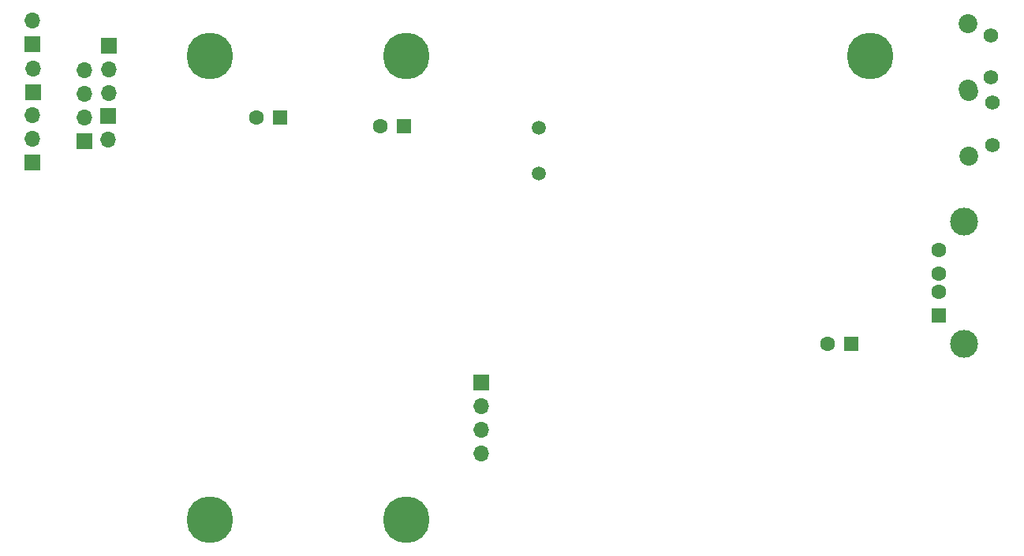
<source format=gbr>
%TF.GenerationSoftware,KiCad,Pcbnew,8.0.5*%
%TF.CreationDate,2024-10-06T12:55:08+01:00*%
%TF.ProjectId,Gotek,476f7465-6b2e-46b6-9963-61645f706362,rev?*%
%TF.SameCoordinates,Original*%
%TF.FileFunction,Soldermask,Bot*%
%TF.FilePolarity,Negative*%
%FSLAX46Y46*%
G04 Gerber Fmt 4.6, Leading zero omitted, Abs format (unit mm)*
G04 Created by KiCad (PCBNEW 8.0.5) date 2024-10-06 12:55:08*
%MOMM*%
%LPD*%
G01*
G04 APERTURE LIST*
%ADD10R,1.500000X1.600000*%
%ADD11C,1.600000*%
%ADD12C,3.000000*%
%ADD13C,5.000000*%
%ADD14R,1.700000X1.700000*%
%ADD15O,1.700000X1.700000*%
%ADD16R,1.600000X1.600000*%
%ADD17C,1.575000*%
%ADD18C,2.025000*%
%ADD19C,1.500000*%
G04 APERTURE END LIST*
D10*
%TO.C,P3*%
X196706525Y-88456650D03*
D11*
X196706525Y-85956650D03*
X196706525Y-83956650D03*
X196706525Y-81456650D03*
D12*
X199416525Y-91526650D03*
X199416525Y-78386650D03*
%TD*%
D13*
%TO.C,H1*%
X118491000Y-60642500D03*
%TD*%
%TO.C,H2*%
X139573000Y-60642500D03*
%TD*%
%TO.C,H3*%
X118491000Y-110363000D03*
%TD*%
%TO.C,H4*%
X139573000Y-110363000D03*
%TD*%
%TO.C,H5*%
X189357000Y-60642500D03*
%TD*%
D14*
%TO.C,J10*%
X105038525Y-69713475D03*
D15*
X105038525Y-67173475D03*
X105038525Y-64633475D03*
X105038525Y-62093475D03*
%TD*%
D14*
%TO.C,J7*%
X147653375Y-95653700D03*
D15*
X147653375Y-98193700D03*
X147653375Y-100733700D03*
X147653375Y-103273700D03*
%TD*%
D16*
%TO.C,C1*%
X187333138Y-91535250D03*
D11*
X184833138Y-91535250D03*
%TD*%
D17*
%TO.C,S4*%
X202485625Y-70133600D03*
X202485625Y-65633600D03*
D18*
X199985625Y-71383600D03*
X199985625Y-64383600D03*
%TD*%
D16*
%TO.C,C17*%
X139304913Y-68164075D03*
D11*
X136804913Y-68164075D03*
%TD*%
D17*
%TO.C,S3*%
X202345925Y-62915800D03*
X202345925Y-58415800D03*
D18*
X199845925Y-64165800D03*
X199845925Y-57165800D03*
%TD*%
D14*
%TO.C,JD1*%
X99568000Y-64465200D03*
D15*
X99568000Y-61925200D03*
%TD*%
D14*
%TO.C,MO1*%
X99456875Y-72002650D03*
D15*
X99456875Y-69462650D03*
X99456875Y-66922650D03*
%TD*%
D14*
%TO.C,J3*%
X107664250Y-59467750D03*
D15*
X107664250Y-62007750D03*
X107664250Y-64547750D03*
%TD*%
D14*
%TO.C,JE1*%
X99456875Y-59356625D03*
D15*
X99456875Y-56816625D03*
%TD*%
D19*
%TO.C,Y1*%
X153800175Y-73233450D03*
X153800175Y-68333450D03*
%TD*%
D14*
%TO.C,J4*%
X107607100Y-67016075D03*
D15*
X107607100Y-69556075D03*
%TD*%
D16*
%TO.C,C19*%
X126017025Y-67227450D03*
D11*
X123517025Y-67227450D03*
%TD*%
M02*

</source>
